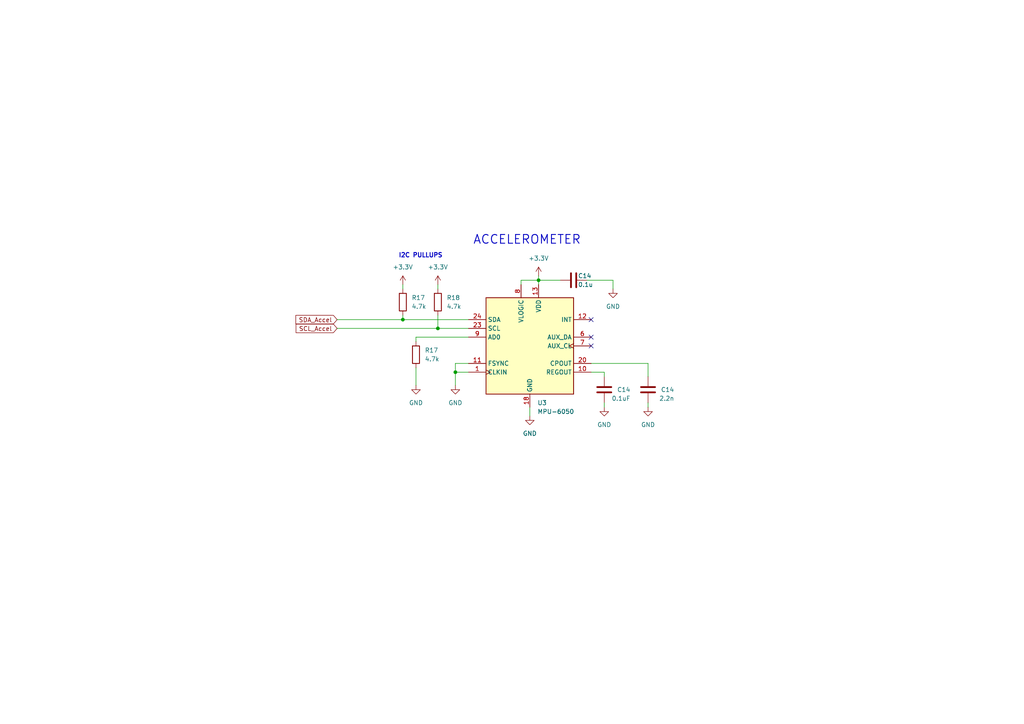
<source format=kicad_sch>
(kicad_sch (version 20230121) (generator eeschema)
  (paper "A4")
  (lib_symbols
    (symbol "Device:C" (pin_numbers hide) (pin_names (offset 0.254))
      (property "Reference" "C" (at 0.635 2.54 0))
      (property "Value" "C" (at 0.635 -2.54 0))
      (symbol "C_0_1"
        (polyline (pts (xy -2.032 -0.762) (xy 2.032 -0.762)) (stroke (width 0.508)))
        (polyline (pts (xy -2.032 0.762) (xy 2.032 0.762)) (stroke (width 0.508)))
      )
      (symbol "C_1_1"
        (pin passive line (at 0 3.81 270) (length 2.794) (name "~") (number "1"))
        (pin passive line (at 0 -3.81 90) (length 2.794) (name "~") (number "2"))
      )
    )
    (symbol "Device:R" (pin_numbers hide) (pin_names (offset 0))
      (property "Reference" "R" (at 2.032 0 90))
      (property "Value" "R" (at 0 0 90))
      (symbol "R_0_1"
        (rectangle (start -1.016 -2.54) (end 1.016 2.54) (stroke (width 0.254)))
      )
      (symbol "R_1_1"
        (pin passive line (at 0 3.81 270) (length 1.27) (name "~") (number "1"))
        (pin passive line (at 0 -3.81 90) (length 1.27) (name "~") (number "2"))
      )
    )
    (symbol "Sensor_Motion:MPU-6050"
      (property "Reference" "U" (at -11.43 13.97 0))
      (property "Value" "MPU-6050" (at 7.62 -15.24 0))
      (symbol "MPU-6050_0_0"
        (text "" (at 12.7 -2.54 0) (effects (font (size 1.27 1.27))))
      )
      (symbol "MPU-6050_0_1"
        (rectangle (start -12.7 13.97) (end 12.7 -13.97) (stroke (width 0.254)) (fill (type background)))
      )
      (symbol "MPU-6050_1_1"
        (pin input clock (at -17.78 -7.62 0) (length 5.08) (name "CLKIN") (number "1"))
        (pin passive line (at 17.78 -7.62 180) (length 5.08) (name "REGOUT") (number "10"))
        (pin input line (at -17.78 -5.08 0) (length 5.08) (name "FSYNC") (number "11"))
        (pin output line (at 17.78 7.62 180) (length 5.08) (name "INT") (number "12"))
        (pin power_in line (at 2.54 17.78 270) (length 3.81) (name "VDD") (number "13"))
        (pin no_connect line (at -12.7 -10.16 0) (length 2.54) hide (name "NC") (number "14"))
        (pin no_connect line (at 12.7 12.7 180) (length 2.54) hide (name "NC") (number "15"))
        (pin no_connect line (at 12.7 10.16 180) (length 2.54) hide (name "NC") (number "16"))
        (pin no_connect line (at 12.7 5.08 180) (length 2.54) hide (name "NC") (number "17"))
        (pin power_in line (at 0 -17.78 90) (length 3.81) (name "GND") (number "18"))
        (pin no_connect line (at 12.7 -10.16 180) (length 2.54) hide (name "RESV") (number "19"))
        (pin no_connect line (at -12.7 12.7 0) (length 2.54) hide (name "NC") (number "2"))
        (pin passive line (at 17.78 -5.08 180) (length 5.08) (name "CPOUT") (number "20"))
        (pin no_connect line (at 12.7 -2.54 180) (length 2.54) hide (name "RESV") (number "21"))
        (pin no_connect line (at 12.7 -12.7 180) (length 2.54) hide (name "RESV") (number "22"))
        (pin input line (at -17.78 5.08 0) (length 5.08) (name "SCL") (number "23"))
        (pin bidirectional line (at -17.78 7.62 0) (length 5.08) (name "SDA") (number "24"))
        (pin no_connect line (at -12.7 10.16 0) (length 2.54) hide (name "NC") (number "3"))
        (pin no_connect line (at -12.7 0 0) (length 2.54) hide (name "NC") (number "4"))
        (pin no_connect line (at -12.7 -2.54 0) (length 2.54) hide (name "NC") (number "5"))
        (pin bidirectional line (at 17.78 2.54 180) (length 5.08) (name "AUX_DA") (number "6"))
        (pin output clock (at 17.78 0 180) (length 5.08) (name "AUX_CL") (number "7"))
        (pin power_in line (at -2.54 17.78 270) (length 3.81) (name "VLOGIC") (number "8"))
        (pin input line (at -17.78 2.54 0) (length 5.08) (name "AD0") (number "9"))
      )
    )
    (symbol "power:+3.3V" (power) (pin_names (offset 0))
      (property "Value" "+3.3V" (at 0 3.556 0))
      (symbol "+3.3V_0_1"
        (polyline (pts (xy -0.762 1.27) (xy 0 2.54)))
        (polyline (pts (xy 0 0) (xy 0 2.54)))
        (polyline (pts (xy 0 2.54) (xy 0.762 1.27)))
      )
      (symbol "+3.3V_1_1"
        (pin power_in line (at 0 0 90) (length 0) hide (name "+3.3V") (number "1"))
      )
    )
    (symbol "power:GND" (power) (pin_names (offset 0))
      (property "Value" "GND" (at 0 -3.81 0))
      (symbol "GND_0_1"
        (polyline (pts (xy 0 0) (xy 0 -1.27) (xy 1.27 -1.27) (xy 0 -2.54) (xy -1.27 -1.27) (xy 0 -1.27)))
      )
      (symbol "GND_1_1"
        (pin power_in line (at 0 0 270) (length 0) hide (name "GND") (number "1"))
      )
    )
  )
  (junction (at 132.08 107.95))
  (junction (at 156.21 81.28))
  (junction (at 116.84 92.71))
  (junction (at 127 95.25))
  (no_connect (at 171.45 100.33))
  (no_connect (at 171.45 97.79))
  (no_connect (at 171.45 92.71))
  (wire (pts (xy 156.21 80.01) (xy 156.21 81.28)))
  (wire (pts (xy 175.26 107.95) (xy 175.26 109.22)))
  (wire (pts (xy 132.08 107.95) (xy 132.08 111.76)))
  (wire (pts (xy 135.89 97.79) (xy 120.65 97.79)))
  (wire (pts (xy 151.13 82.55) (xy 151.13 81.28)))
  (wire (pts (xy 127 95.25) (xy 135.89 95.25)))
  (wire (pts (xy 132.08 105.41) (xy 132.08 107.95)))
  (wire (pts (xy 170.18 81.28) (xy 177.8 81.28)))
  (wire (pts (xy 116.84 82.55) (xy 116.84 83.82)))
  (wire (pts (xy 187.96 116.84) (xy 187.96 118.11)))
  (wire (pts (xy 116.84 91.44) (xy 116.84 92.71)))
  (wire (pts (xy 135.89 105.41) (xy 132.08 105.41)))
  (wire (pts (xy 97.79 92.71) (xy 116.84 92.71)))
  (wire (pts (xy 127 82.55) (xy 127 83.82)))
  (wire (pts (xy 187.96 105.41) (xy 187.96 109.22)))
  (wire (pts (xy 162.56 81.28) (xy 156.21 81.28)))
  (wire (pts (xy 153.67 118.11) (xy 153.67 120.65)))
  (wire (pts (xy 151.13 81.28) (xy 156.21 81.28)))
  (wire (pts (xy 156.21 81.28) (xy 156.21 82.55)))
  (wire (pts (xy 127 91.44) (xy 127 95.25)))
  (wire (pts (xy 177.8 81.28) (xy 177.8 83.82)))
  (wire (pts (xy 120.65 106.68) (xy 120.65 111.76)))
  (wire (pts (xy 171.45 107.95) (xy 175.26 107.95)))
  (wire (pts (xy 116.84 92.71) (xy 135.89 92.71)))
  (wire (pts (xy 135.89 107.95) (xy 132.08 107.95)))
  (wire (pts (xy 120.65 97.79) (xy 120.65 99.06)))
  (wire (pts (xy 171.45 105.41) (xy 187.96 105.41)))
  (wire (pts (xy 175.26 116.84) (xy 175.26 118.11)))
  (wire (pts (xy 97.79 95.25) (xy 127 95.25)))
  (text "ACCELEROMETER\n" (at 137.16 71.12 0) (effects (font (size 2.54 2.54) (thickness 0.254) bold) (justify left bottom)))
  (text "I2C PULLUPS" (at 115.57 74.93 0) (effects (font (size 1.27 1.27) (thickness 0.254) bold) (justify left bottom)))
  (global_label "SDA_Accel" (shape input) (at 97.79 92.71 180) (property "Intersheetrefs" "${INTERSHEET_REFS}" (effects hide)))
  (global_label "SCL_Accel" (shape input) (at 97.79 95.25 180) (property "Intersheetrefs" "${INTERSHEET_REFS}" (effects hide)))
  (symbol (lib_id "power:GND") (at 132.08 111.76 0) (unit 1)
    (property "Reference" "#PWR042" (effects hide))
    (property "Value" "GND" (at 132.08 116.84 0))
    (instances (project "central_hub" (path "" (reference "#PWR042") (unit 1)) (path "" (reference "#PWR0119") (unit 1)) (path "" (reference "#PWR072") (unit 1))))
  )
  (symbol (lib_id "power:GND") (at 177.8 83.82 0) (unit 1)
    (property "Reference" "#PWR042" (effects hide))
    (property "Value" "GND" (at 177.8 88.9 0))
    (instances (project "central_hub" (path "" (reference "#PWR042") (unit 1)) (path "" (reference "#PWR0119") (unit 1)) (path "" (reference "#PWR045") (unit 1))))
  )
  (symbol (lib_id "power:GND") (at 175.26 118.11 0) (unit 1)
    (property "Reference" "#PWR042" (effects hide))
    (property "Value" "GND" (at 175.26 123.19 0))
    (instances (project "central_hub" (path "" (reference "#PWR042") (unit 1)) (path "" (reference "#PWR0119") (unit 1)) (path "" (reference "#PWR046") (unit 1))))
  )
  (symbol (lib_id "Device:R") (at 127 87.63 0) (unit 1)
    (property "Reference" "R18" (at 129.54 86.36 0) (effects (justify left)))
    (property "Value" "4.7k" (at 129.54 88.9 0) (effects (justify left)))
    (property "Footprint" "Resistor_SMD:R_0603_1608Metric" (effects hide))
    (instances (project "central_hub" (path "" (reference "R18") (unit 1)) (path "" (reference "R32") (unit 1)) (path "" (reference "R17") (unit 1))))
  )
  (symbol (lib_id "power:GND") (at 153.67 120.65 0) (unit 1)
    (property "Reference" "#PWR042" (effects hide))
    (property "Value" "GND" (at 153.67 125.73 0))
    (instances (project "central_hub" (path "" (reference "#PWR042") (unit 1)) (path "" (reference "#PWR0119") (unit 1)) (path "" (reference "#PWR033") (unit 1))))
  )
  (symbol (lib_id "Device:C") (at 166.37 81.28 270) (unit 1)
    (property "Reference" "C14" (at 167.64 80.01 90) (effects (justify left)))
    (property "Value" "0.1u" (at 167.64 82.55 90) (effects (justify left)))
    (property "Footprint" "Capacitor_SMD:C_0603_1608Metric" (effects hide))
    (instances (project "central_hub" (path "" (reference "C14") (unit 1)) (path "" (reference "C15") (unit 1))) (project "motor_board_pcb" (path "" (reference "C?") (unit 1)) (path "" (reference "C14") (unit 1))))
  )
  (symbol (lib_id "Device:R") (at 116.84 87.63 0) (unit 1)
    (property "Reference" "R17" (at 119.38 86.36 0) (effects (justify left)))
    (property "Value" "4.7k" (at 119.38 88.9 0) (effects (justify left)))
    (property "Footprint" "Resistor_SMD:R_0603_1608Metric" (effects hide))
    (instances (project "central_hub" (path "" (reference "R17") (unit 1)) (path "" (reference "R31") (unit 1)) (path "" (reference "R16") (unit 1))))
  )
  (symbol (lib_id "power:GND") (at 187.96 118.11 0) (unit 1)
    (property "Reference" "#PWR042" (effects hide))
    (property "Value" "GND" (at 187.96 123.19 0))
    (instances (project "central_hub" (path "" (reference "#PWR042") (unit 1)) (path "" (reference "#PWR0119") (unit 1)) (path "" (reference "#PWR049") (unit 1))))
  )
  (symbol (lib_id "power:+3.3V") (at 127 82.55 0) (unit 1)
    (property "Reference" "#PWR059" (effects hide))
    (property "Value" "+3.3V" (at 127 77.47 0))
    (instances (project "central_hub" (path "" (reference "#PWR059") (unit 1)) (path "" (reference "#PWR0115") (unit 1)) (path "" (reference "#PWR032") (unit 1))))
  )
  (symbol (lib_id "Device:R") (at 120.65 102.87 0) (unit 1)
    (property "Reference" "R17" (at 123.19 101.6 0) (effects (justify left)))
    (property "Value" "4.7k" (at 123.19 104.14 0) (effects (justify left)))
    (property "Footprint" "Resistor_SMD:R_0603_1608Metric" (effects hide))
    (instances (project "central_hub" (path "" (reference "R17") (unit 1)) (path "" (reference "R31") (unit 1)) (path "" (reference "R32") (unit 1))))
  )
  (symbol (lib_id "Device:C") (at 175.26 113.03 180) (unit 1)
    (property "Reference" "C14" (at 182.88 113.03 0) (effects (justify left)))
    (property "Value" "0.1uF" (at 182.88 115.57 0) (effects (justify left)))
    (property "Footprint" "Capacitor_SMD:C_0603_1608Metric" (effects hide))
    (instances (project "central_hub" (path "" (reference "C14") (unit 1)) (path "" (reference "C18") (unit 1))) (project "motor_board_pcb" (path "" (reference "C?") (unit 1)) (path "" (reference "C14") (unit 1))))
  )
  (symbol (lib_id "Device:C") (at 187.96 113.03 180) (unit 1)
    (property "Reference" "C14" (at 195.58 113.03 0) (effects (justify left)))
    (property "Value" "2.2n" (at 195.58 115.57 0) (effects (justify left)))
    (property "Footprint" "Capacitor_SMD:C_0603_1608Metric" (effects hide))
    (instances (project "central_hub" (path "" (reference "C14") (unit 1)) (path "" (reference "C19") (unit 1))) (project "motor_board_pcb" (path "" (reference "C?") (unit 1)) (path "" (reference "C14") (unit 1))))
  )
  (symbol (lib_id "power:+3.3V") (at 156.21 80.01 0) (unit 1)
    (property "Reference" "#PWR041" (effects hide))
    (property "Value" "+3.3V" (at 156.21 74.93 0))
    (instances (project "central_hub" (path "" (reference "#PWR041") (unit 1)) (path "" (reference "#PWR0120") (unit 1)) (path "" (reference "#PWR034") (unit 1))))
  )
  (symbol (lib_id "power:+3.3V") (at 116.84 82.55 0) (unit 1)
    (property "Reference" "#PWR060" (effects hide))
    (property "Value" "+3.3V" (at 116.84 77.47 0))
    (instances (project "central_hub" (path "" (reference "#PWR060") (unit 1)) (path "" (reference "#PWR0114") (unit 1)) (path "" (reference "#PWR031") (unit 1))))
  )
  (symbol (lib_id "Sensor_Motion:MPU-6050") (at 153.67 100.33 0) (unit 1)
    (property "Reference" "U3" (at 155.8641 116.84 0) (effects (justify left)))
    (property "Value" "MPU-6050" (at 155.8641 119.38 0) (effects (justify left)))
    (property "Footprint" "Sensor_Motion:InvenSense_QFN-24_4x4mm_P0.5mm" (effects hide))
    (property "Datasheet" "https://invensense.tdk.com/wp-content/uploads/2015/02/MPU-6000-Datasheet1.pdf" (effects hide))
    (instances (project "central_hub" (path "" (reference "U3") (unit 1)) (path "" (reference "U6") (unit 1)) (path "" (reference "U2") (unit 1))))
  )
  (symbol (lib_id "power:GND") (at 120.65 111.76 0) (unit 1)
    (property "Reference" "#PWR042" (effects hide))
    (property "Value" "GND" (at 120.65 116.84 0))
    (instances (project "central_hub" (path "" (reference "#PWR042") (unit 1)) (path "" (reference "#PWR0119") (unit 1)) (path "" (reference "#PWR050") (unit 1))))
  )
)
</source>
